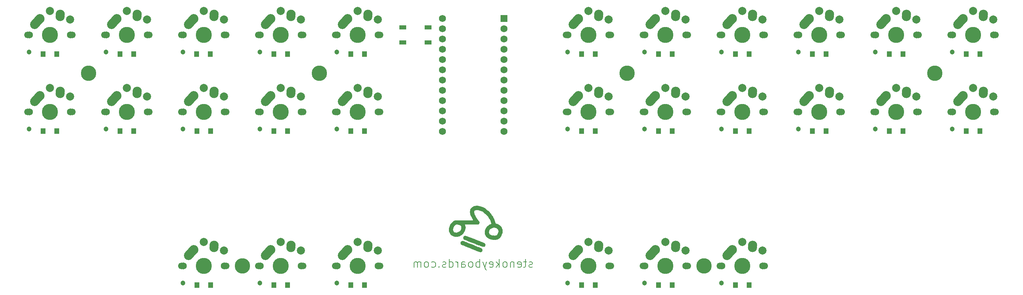
<source format=gbs>
G04 #@! TF.GenerationSoftware,KiCad,Pcbnew,(6.0.0-0)*
G04 #@! TF.CreationDate,2022-03-08T07:19:16-08:00*
G04 #@! TF.ProjectId,unisplit_orthosteno,756e6973-706c-4697-945f-6f7274686f73,rev?*
G04 #@! TF.SameCoordinates,Original*
G04 #@! TF.FileFunction,Soldermask,Bot*
G04 #@! TF.FilePolarity,Negative*
%FSLAX46Y46*%
G04 Gerber Fmt 4.6, Leading zero omitted, Abs format (unit mm)*
G04 Created by KiCad (PCBNEW (6.0.0-0)) date 2022-03-08 07:19:16*
%MOMM*%
%LPD*%
G01*
G04 APERTURE LIST*
G04 Aperture macros list*
%AMHorizOval*
0 Thick line with rounded ends*
0 $1 width*
0 $2 $3 position (X,Y) of the first rounded end (center of the circle)*
0 $4 $5 position (X,Y) of the second rounded end (center of the circle)*
0 Add line between two ends*
20,1,$1,$2,$3,$4,$5,0*
0 Add two circle primitives to create the rounded ends*
1,1,$1,$2,$3*
1,1,$1,$4,$5*%
G04 Aperture macros list end*
%ADD10C,0.200000*%
%ADD11C,1.700000*%
%ADD12C,3.987800*%
%ADD13C,1.200000*%
%ADD14C,1.750000*%
%ADD15HorizOval,2.250000X0.019771X0.290016X-0.019771X-0.290016X0*%
%ADD16C,2.000000*%
%ADD17C,2.250000*%
%ADD18HorizOval,2.250000X0.654995X0.730004X-0.654995X-0.730004X0*%
%ADD19C,3.800000*%
%ADD20R,1.200000X1.400000*%
%ADD21R,1.752600X1.752600*%
%ADD22C,1.752600*%
%ADD23R,1.700000X1.000000*%
G04 APERTURE END LIST*
D10*
X156763785Y-127238023D02*
X156573309Y-127333261D01*
X156192357Y-127333261D01*
X156001880Y-127238023D01*
X155906642Y-127047547D01*
X155906642Y-126952309D01*
X156001880Y-126761833D01*
X156192357Y-126666595D01*
X156478071Y-126666595D01*
X156668547Y-126571357D01*
X156763785Y-126380880D01*
X156763785Y-126285642D01*
X156668547Y-126095166D01*
X156478071Y-125999928D01*
X156192357Y-125999928D01*
X156001880Y-126095166D01*
X155335214Y-125999928D02*
X154573309Y-125999928D01*
X155049500Y-125333261D02*
X155049500Y-127047547D01*
X154954261Y-127238023D01*
X154763785Y-127333261D01*
X154573309Y-127333261D01*
X153144738Y-127238023D02*
X153335214Y-127333261D01*
X153716166Y-127333261D01*
X153906642Y-127238023D01*
X154001880Y-127047547D01*
X154001880Y-126285642D01*
X153906642Y-126095166D01*
X153716166Y-125999928D01*
X153335214Y-125999928D01*
X153144738Y-126095166D01*
X153049500Y-126285642D01*
X153049500Y-126476119D01*
X154001880Y-126666595D01*
X152192357Y-125999928D02*
X152192357Y-127333261D01*
X152192357Y-126190404D02*
X152097119Y-126095166D01*
X151906642Y-125999928D01*
X151620928Y-125999928D01*
X151430452Y-126095166D01*
X151335214Y-126285642D01*
X151335214Y-127333261D01*
X150097119Y-127333261D02*
X150287595Y-127238023D01*
X150382833Y-127142785D01*
X150478071Y-126952309D01*
X150478071Y-126380880D01*
X150382833Y-126190404D01*
X150287595Y-126095166D01*
X150097119Y-125999928D01*
X149811404Y-125999928D01*
X149620928Y-126095166D01*
X149525690Y-126190404D01*
X149430452Y-126380880D01*
X149430452Y-126952309D01*
X149525690Y-127142785D01*
X149620928Y-127238023D01*
X149811404Y-127333261D01*
X150097119Y-127333261D01*
X148573309Y-127333261D02*
X148573309Y-125333261D01*
X148382833Y-126571357D02*
X147811404Y-127333261D01*
X147811404Y-125999928D02*
X148573309Y-126761833D01*
X146192357Y-127238023D02*
X146382833Y-127333261D01*
X146763785Y-127333261D01*
X146954261Y-127238023D01*
X147049500Y-127047547D01*
X147049500Y-126285642D01*
X146954261Y-126095166D01*
X146763785Y-125999928D01*
X146382833Y-125999928D01*
X146192357Y-126095166D01*
X146097119Y-126285642D01*
X146097119Y-126476119D01*
X147049500Y-126666595D01*
X145430452Y-125999928D02*
X144954261Y-127333261D01*
X144478071Y-125999928D02*
X144954261Y-127333261D01*
X145144738Y-127809452D01*
X145239976Y-127904690D01*
X145430452Y-127999928D01*
X143716166Y-127333261D02*
X143716166Y-125333261D01*
X143716166Y-126095166D02*
X143525690Y-125999928D01*
X143144738Y-125999928D01*
X142954261Y-126095166D01*
X142859023Y-126190404D01*
X142763785Y-126380880D01*
X142763785Y-126952309D01*
X142859023Y-127142785D01*
X142954261Y-127238023D01*
X143144738Y-127333261D01*
X143525690Y-127333261D01*
X143716166Y-127238023D01*
X141620928Y-127333261D02*
X141811404Y-127238023D01*
X141906642Y-127142785D01*
X142001880Y-126952309D01*
X142001880Y-126380880D01*
X141906642Y-126190404D01*
X141811404Y-126095166D01*
X141620928Y-125999928D01*
X141335214Y-125999928D01*
X141144738Y-126095166D01*
X141049500Y-126190404D01*
X140954261Y-126380880D01*
X140954261Y-126952309D01*
X141049500Y-127142785D01*
X141144738Y-127238023D01*
X141335214Y-127333261D01*
X141620928Y-127333261D01*
X139239976Y-127333261D02*
X139239976Y-126285642D01*
X139335214Y-126095166D01*
X139525690Y-125999928D01*
X139906642Y-125999928D01*
X140097119Y-126095166D01*
X139239976Y-127238023D02*
X139430452Y-127333261D01*
X139906642Y-127333261D01*
X140097119Y-127238023D01*
X140192357Y-127047547D01*
X140192357Y-126857071D01*
X140097119Y-126666595D01*
X139906642Y-126571357D01*
X139430452Y-126571357D01*
X139239976Y-126476119D01*
X138287595Y-127333261D02*
X138287595Y-125999928D01*
X138287595Y-126380880D02*
X138192357Y-126190404D01*
X138097119Y-126095166D01*
X137906642Y-125999928D01*
X137716166Y-125999928D01*
X136192357Y-127333261D02*
X136192357Y-125333261D01*
X136192357Y-127238023D02*
X136382833Y-127333261D01*
X136763785Y-127333261D01*
X136954261Y-127238023D01*
X137049500Y-127142785D01*
X137144738Y-126952309D01*
X137144738Y-126380880D01*
X137049500Y-126190404D01*
X136954261Y-126095166D01*
X136763785Y-125999928D01*
X136382833Y-125999928D01*
X136192357Y-126095166D01*
X135335214Y-127238023D02*
X135144738Y-127333261D01*
X134763785Y-127333261D01*
X134573309Y-127238023D01*
X134478071Y-127047547D01*
X134478071Y-126952309D01*
X134573309Y-126761833D01*
X134763785Y-126666595D01*
X135049500Y-126666595D01*
X135239976Y-126571357D01*
X135335214Y-126380880D01*
X135335214Y-126285642D01*
X135239976Y-126095166D01*
X135049500Y-125999928D01*
X134763785Y-125999928D01*
X134573309Y-126095166D01*
X133620928Y-127142785D02*
X133525690Y-127238023D01*
X133620928Y-127333261D01*
X133716166Y-127238023D01*
X133620928Y-127142785D01*
X133620928Y-127333261D01*
X131811404Y-127238023D02*
X132001880Y-127333261D01*
X132382833Y-127333261D01*
X132573309Y-127238023D01*
X132668547Y-127142785D01*
X132763785Y-126952309D01*
X132763785Y-126380880D01*
X132668547Y-126190404D01*
X132573309Y-126095166D01*
X132382833Y-125999928D01*
X132001880Y-125999928D01*
X131811404Y-126095166D01*
X130668547Y-127333261D02*
X130859023Y-127238023D01*
X130954261Y-127142785D01*
X131049500Y-126952309D01*
X131049500Y-126380880D01*
X130954261Y-126190404D01*
X130859023Y-126095166D01*
X130668547Y-125999928D01*
X130382833Y-125999928D01*
X130192357Y-126095166D01*
X130097119Y-126190404D01*
X130001880Y-126380880D01*
X130001880Y-126952309D01*
X130097119Y-127142785D01*
X130192357Y-127238023D01*
X130382833Y-127333261D01*
X130668547Y-127333261D01*
X129144738Y-127333261D02*
X129144738Y-125999928D01*
X129144738Y-126190404D02*
X129049500Y-126095166D01*
X128859023Y-125999928D01*
X128573309Y-125999928D01*
X128382833Y-126095166D01*
X128287595Y-126285642D01*
X128287595Y-127333261D01*
X128287595Y-126285642D02*
X128192357Y-126095166D01*
X128001880Y-125999928D01*
X127716166Y-125999928D01*
X127525690Y-126095166D01*
X127430452Y-126285642D01*
X127430452Y-127333261D01*
G36*
X139501510Y-120797154D02*
G01*
X139517723Y-120798585D01*
X139535079Y-120800957D01*
X139554913Y-120804785D01*
X139578558Y-120810585D01*
X139607347Y-120818873D01*
X139642613Y-120830164D01*
X139685692Y-120844975D01*
X139737915Y-120863822D01*
X139800616Y-120887221D01*
X139875129Y-120915687D01*
X139962787Y-120949737D01*
X140064924Y-120989886D01*
X140182874Y-121036650D01*
X140317969Y-121090545D01*
X140471543Y-121152088D01*
X140644930Y-121221794D01*
X140839463Y-121300179D01*
X141056476Y-121387758D01*
X141297301Y-121485049D01*
X141563274Y-121592567D01*
X141855727Y-121710827D01*
X142032578Y-121782367D01*
X142276411Y-121881071D01*
X142512184Y-121976589D01*
X142738375Y-122068304D01*
X142953465Y-122155596D01*
X143155934Y-122237845D01*
X143344261Y-122314432D01*
X143516927Y-122384740D01*
X143672410Y-122448147D01*
X143809191Y-122504035D01*
X143925750Y-122551786D01*
X144020566Y-122590779D01*
X144092119Y-122620396D01*
X144138888Y-122640017D01*
X144159354Y-122649024D01*
X144215649Y-122686546D01*
X144280542Y-122747197D01*
X144338680Y-122818221D01*
X144381299Y-122890098D01*
X144385557Y-122899994D01*
X144405318Y-122973642D01*
X144414663Y-123062820D01*
X144413612Y-123156711D01*
X144402189Y-123244498D01*
X144380417Y-123315362D01*
X144336205Y-123392081D01*
X144256143Y-123482459D01*
X144156386Y-123555519D01*
X144041866Y-123607011D01*
X144020685Y-123612674D01*
X143952448Y-123621657D01*
X143873624Y-123622101D01*
X143863091Y-123621340D01*
X143846999Y-123619315D01*
X143828013Y-123615703D01*
X143804823Y-123609994D01*
X143776117Y-123601679D01*
X143740582Y-123590247D01*
X143696909Y-123575190D01*
X143643786Y-123555997D01*
X143579901Y-123532159D01*
X143503943Y-123503166D01*
X143414600Y-123468509D01*
X143310563Y-123427678D01*
X143190518Y-123380163D01*
X143053155Y-123325456D01*
X142897162Y-123263045D01*
X142721229Y-123192422D01*
X142524043Y-123113076D01*
X142304293Y-123024499D01*
X142060669Y-122926181D01*
X141791859Y-122817611D01*
X141496550Y-122698281D01*
X141295977Y-122617149D01*
X141051075Y-122517895D01*
X140814342Y-122421742D01*
X140587290Y-122329314D01*
X140371432Y-122241233D01*
X140168282Y-122158122D01*
X139979352Y-122080606D01*
X139806155Y-122009306D01*
X139650204Y-121944846D01*
X139513013Y-121887848D01*
X139396093Y-121838937D01*
X139300959Y-121798734D01*
X139229122Y-121767863D01*
X139182097Y-121746948D01*
X139161395Y-121736611D01*
X139143876Y-121723532D01*
X139093750Y-121678004D01*
X139051672Y-121629801D01*
X139023179Y-121587275D01*
X138971246Y-121475342D01*
X138946936Y-121359040D01*
X138949874Y-121242327D01*
X138979683Y-121129161D01*
X139035984Y-121023501D01*
X139118401Y-120929305D01*
X139186518Y-120874209D01*
X139278407Y-120824339D01*
X139377993Y-120799351D01*
X139492761Y-120796590D01*
X139501510Y-120797154D01*
G37*
G36*
X142500854Y-120399833D02*
G01*
X142664704Y-120463733D01*
X142910195Y-120559521D01*
X143147940Y-120652346D01*
X143376384Y-120741598D01*
X143593973Y-120826668D01*
X143799150Y-120906946D01*
X143990362Y-120981823D01*
X144166052Y-121050688D01*
X144324667Y-121112933D01*
X144464651Y-121167947D01*
X144584449Y-121215121D01*
X144682507Y-121253846D01*
X144757268Y-121283512D01*
X144807179Y-121303508D01*
X144830684Y-121313226D01*
X144903507Y-121354924D01*
X144990907Y-121432324D01*
X145001613Y-121444392D01*
X145069027Y-121543580D01*
X145110398Y-121650757D01*
X145126803Y-121761902D01*
X145119323Y-121872992D01*
X145089038Y-121980008D01*
X145037027Y-122078929D01*
X144964370Y-122165734D01*
X144872146Y-122236401D01*
X144761436Y-122286910D01*
X144738128Y-122293002D01*
X144668727Y-122301592D01*
X144586264Y-122301894D01*
X144584239Y-122301791D01*
X144568674Y-122300645D01*
X144551678Y-122298495D01*
X144531927Y-122294847D01*
X144508093Y-122289204D01*
X144478851Y-122281072D01*
X144442875Y-122269956D01*
X144398838Y-122255360D01*
X144345414Y-122236789D01*
X144281277Y-122213749D01*
X144205100Y-122185743D01*
X144115559Y-122152277D01*
X144011326Y-122112855D01*
X143891075Y-122066982D01*
X143753480Y-122014164D01*
X143597216Y-121953904D01*
X143420955Y-121885708D01*
X143223372Y-121809080D01*
X143003141Y-121723525D01*
X142758934Y-121628549D01*
X142489427Y-121523655D01*
X142193293Y-121408349D01*
X141993847Y-121330635D01*
X141747868Y-121234661D01*
X141510095Y-121141746D01*
X141282049Y-121052493D01*
X141065250Y-120967500D01*
X140861218Y-120887367D01*
X140671474Y-120812695D01*
X140497539Y-120744083D01*
X140340932Y-120682131D01*
X140203175Y-120627440D01*
X140085787Y-120580608D01*
X139990289Y-120542237D01*
X139918202Y-120512925D01*
X139871046Y-120493273D01*
X139850341Y-120483881D01*
X139843831Y-120479978D01*
X139770332Y-120421671D01*
X139702262Y-120343408D01*
X139647624Y-120254256D01*
X139646722Y-120252424D01*
X139629803Y-120212136D01*
X139619559Y-120169878D01*
X139614471Y-120116331D01*
X139613018Y-120042172D01*
X139613187Y-120001556D01*
X139615534Y-119942720D01*
X139622073Y-119898891D01*
X139634631Y-119860287D01*
X139655032Y-119817128D01*
X139710956Y-119728455D01*
X139798531Y-119636802D01*
X139903006Y-119568145D01*
X139915608Y-119561940D01*
X139959845Y-119542994D01*
X140002022Y-119531987D01*
X140052811Y-119526848D01*
X140122885Y-119525509D01*
X140257912Y-119525300D01*
X142500854Y-120399833D01*
G37*
G36*
X149377892Y-118607308D02*
G01*
X149372226Y-118718110D01*
X149363678Y-118813637D01*
X149352309Y-118886586D01*
X149327883Y-118989939D01*
X149251459Y-119235617D01*
X149153098Y-119466430D01*
X149034107Y-119680438D01*
X148895795Y-119875704D01*
X148739470Y-120050291D01*
X148566440Y-120202261D01*
X148378015Y-120329675D01*
X148259427Y-120391716D01*
X148087764Y-120461913D01*
X147907333Y-120516376D01*
X147729383Y-120551260D01*
X147675967Y-120556343D01*
X147588104Y-120559940D01*
X147482231Y-120560733D01*
X147364893Y-120558903D01*
X147242630Y-120554626D01*
X147121986Y-120548083D01*
X147009503Y-120539451D01*
X146911722Y-120528911D01*
X146868306Y-120523002D01*
X146595869Y-120472327D01*
X146339364Y-120400633D01*
X146100510Y-120308665D01*
X145881026Y-120197171D01*
X145682630Y-120066897D01*
X145507043Y-119918592D01*
X145398630Y-119806852D01*
X145263488Y-119637467D01*
X145154362Y-119457749D01*
X145069032Y-119263865D01*
X145005277Y-119051977D01*
X145000231Y-119029558D01*
X144982893Y-118919317D01*
X144972158Y-118791280D01*
X144968123Y-118654749D01*
X144969403Y-118591943D01*
X146015323Y-118591943D01*
X146015597Y-118736647D01*
X146043388Y-118871262D01*
X146098080Y-118995101D01*
X146179058Y-119107481D01*
X146285709Y-119207716D01*
X146417416Y-119295120D01*
X146573565Y-119369009D01*
X146753542Y-119428697D01*
X146956731Y-119473498D01*
X146978617Y-119477139D01*
X147084267Y-119491393D01*
X147197341Y-119502066D01*
X147311662Y-119508968D01*
X147421054Y-119511908D01*
X147519342Y-119510698D01*
X147600349Y-119505146D01*
X147657901Y-119495063D01*
X147784186Y-119447804D01*
X147917718Y-119368798D01*
X148036614Y-119265021D01*
X148139527Y-119137911D01*
X148225108Y-118988902D01*
X148292011Y-118819432D01*
X148308211Y-118755773D01*
X148324336Y-118651761D01*
X148333535Y-118536101D01*
X148335408Y-118418898D01*
X148329560Y-118310257D01*
X148315591Y-118220283D01*
X148282786Y-118110788D01*
X148216550Y-117972145D01*
X148127573Y-117852539D01*
X148016639Y-117752962D01*
X147884533Y-117674406D01*
X147842489Y-117654924D01*
X147758834Y-117620385D01*
X147679106Y-117594981D01*
X147596547Y-117577464D01*
X147504397Y-117566584D01*
X147395898Y-117561091D01*
X147264291Y-117559735D01*
X147252655Y-117559760D01*
X147158329Y-117560206D01*
X147086965Y-117561562D01*
X147032195Y-117564576D01*
X146987652Y-117569993D01*
X146946968Y-117578561D01*
X146903777Y-117591028D01*
X146851710Y-117608139D01*
X146744775Y-117648906D01*
X146574315Y-117736791D01*
X146422669Y-117845476D01*
X146291610Y-117973122D01*
X146182909Y-118117889D01*
X146098338Y-118277938D01*
X146039666Y-118451429D01*
X146015323Y-118591943D01*
X144969403Y-118591943D01*
X144970888Y-118519028D01*
X144980551Y-118393420D01*
X144997208Y-118287230D01*
X145042150Y-118115125D01*
X145126557Y-117883566D01*
X145234998Y-117660826D01*
X145364200Y-117454336D01*
X145420414Y-117381092D01*
X145505478Y-117283347D01*
X145602856Y-117181822D01*
X145705562Y-117083444D01*
X145806613Y-116995141D01*
X145899023Y-116923842D01*
X145933866Y-116900130D01*
X146025072Y-116843553D01*
X146128071Y-116785522D01*
X146235567Y-116729740D01*
X146340263Y-116679906D01*
X146434863Y-116639722D01*
X146512070Y-116612889D01*
X146561554Y-116596344D01*
X146598067Y-116578944D01*
X146611663Y-116564786D01*
X146611298Y-116560306D01*
X146603751Y-116527275D01*
X146587807Y-116472859D01*
X146565261Y-116402327D01*
X146537913Y-116320949D01*
X146507559Y-116233998D01*
X146475997Y-116146742D01*
X146445025Y-116064452D01*
X146416440Y-115992399D01*
X146380897Y-115908029D01*
X146212834Y-115555898D01*
X146019425Y-115219660D01*
X145800451Y-114898986D01*
X145555689Y-114593546D01*
X145284920Y-114303010D01*
X145089391Y-114117878D01*
X144849105Y-113915736D01*
X144603846Y-113735795D01*
X144355456Y-113579018D01*
X144105775Y-113446369D01*
X143856646Y-113338809D01*
X143609909Y-113257303D01*
X143367406Y-113202814D01*
X143130978Y-113176305D01*
X143050753Y-113174137D01*
X142883252Y-113182960D01*
X142727508Y-113209350D01*
X142590454Y-113252333D01*
X142534304Y-113277113D01*
X142456707Y-113323041D01*
X142402255Y-113376764D01*
X142367669Y-113443403D01*
X142349673Y-113528079D01*
X142344991Y-113635911D01*
X142346082Y-113674926D01*
X142365509Y-113836736D01*
X142408798Y-114015058D01*
X142475555Y-114209093D01*
X142565384Y-114418043D01*
X142677887Y-114641107D01*
X142812671Y-114877487D01*
X142969339Y-115126383D01*
X143147494Y-115386997D01*
X143346742Y-115658529D01*
X143412349Y-115745420D01*
X143487092Y-115846019D01*
X143546274Y-115928899D01*
X143591602Y-115997460D01*
X143624787Y-116055101D01*
X143647534Y-116105223D01*
X143661554Y-116151225D01*
X143668554Y-116196506D01*
X143670242Y-116244466D01*
X143668326Y-116298505D01*
X143662392Y-116354779D01*
X143629222Y-116472592D01*
X143569857Y-116577575D01*
X143485921Y-116667255D01*
X143379036Y-116739162D01*
X143303512Y-116779030D01*
X141685439Y-116783044D01*
X141439684Y-116783671D01*
X141211373Y-116784311D01*
X141009840Y-116784968D01*
X140833440Y-116785670D01*
X140680525Y-116786451D01*
X140549449Y-116787339D01*
X140438564Y-116788367D01*
X140346224Y-116789564D01*
X140270782Y-116790962D01*
X140210591Y-116792591D01*
X140164004Y-116794482D01*
X140129375Y-116796665D01*
X140105056Y-116799172D01*
X140089401Y-116802034D01*
X140080763Y-116805280D01*
X140077495Y-116808942D01*
X140077950Y-116813050D01*
X140099264Y-116869096D01*
X140132658Y-116969128D01*
X140163256Y-117073934D01*
X140186486Y-117168535D01*
X140187462Y-117173195D01*
X140202651Y-117276708D01*
X140210980Y-117399852D01*
X140211809Y-117470202D01*
X140212555Y-117533544D01*
X140207483Y-117668701D01*
X140195870Y-117796240D01*
X140177823Y-117907078D01*
X140157462Y-117995039D01*
X140080458Y-118245561D01*
X139977937Y-118481849D01*
X139849055Y-118705430D01*
X139692973Y-118917830D01*
X139508848Y-119120575D01*
X139421033Y-119205095D01*
X139231182Y-119365111D01*
X139035676Y-119498335D01*
X138830631Y-119606957D01*
X138612161Y-119693168D01*
X138376381Y-119759159D01*
X138301411Y-119772821D01*
X138194671Y-119785351D01*
X138073296Y-119794291D01*
X137945403Y-119799336D01*
X137819112Y-119800183D01*
X137702541Y-119796529D01*
X137603808Y-119788069D01*
X137575273Y-119784299D01*
X137341133Y-119738710D01*
X137124901Y-119669158D01*
X136926231Y-119575483D01*
X136744778Y-119457526D01*
X136580196Y-119315128D01*
X136571902Y-119306869D01*
X136434029Y-119151524D01*
X136321236Y-118985801D01*
X136231845Y-118806364D01*
X136164179Y-118609875D01*
X136116559Y-118392996D01*
X136110758Y-118353245D01*
X136100256Y-118233302D01*
X136096642Y-118111998D01*
X137143260Y-118111998D01*
X137161147Y-118255592D01*
X137198291Y-118383680D01*
X137254424Y-118493544D01*
X137329278Y-118582465D01*
X137345756Y-118597371D01*
X137399974Y-118640672D01*
X137454900Y-118672721D01*
X137520231Y-118698439D01*
X137605664Y-118722750D01*
X137613255Y-118724636D01*
X137719094Y-118742637D01*
X137841172Y-118751282D01*
X137968293Y-118750599D01*
X138089262Y-118740613D01*
X138192881Y-118721351D01*
X138364273Y-118662155D01*
X138530030Y-118575520D01*
X138682430Y-118465599D01*
X138818914Y-118335207D01*
X138936918Y-118187156D01*
X139033881Y-118024262D01*
X139107240Y-117849339D01*
X139154434Y-117665200D01*
X139161471Y-117619093D01*
X139167613Y-117470202D01*
X139147049Y-117333005D01*
X139100445Y-117208923D01*
X139028462Y-117099376D01*
X138931765Y-117005785D01*
X138811015Y-116929570D01*
X138738778Y-116897163D01*
X138594004Y-116850128D01*
X138428381Y-116815466D01*
X138246382Y-116794020D01*
X138052478Y-116786632D01*
X137980128Y-116786872D01*
X137919027Y-116788491D01*
X137874033Y-116792651D01*
X137837730Y-116800508D01*
X137802699Y-116813216D01*
X137761524Y-116831930D01*
X137728136Y-116849397D01*
X137630197Y-116918965D01*
X137534030Y-117012970D01*
X137442664Y-117127327D01*
X137359129Y-117257954D01*
X137286452Y-117400767D01*
X137227664Y-117551682D01*
X137207818Y-117615365D01*
X137166327Y-117789166D01*
X137144897Y-117955617D01*
X137143260Y-118111998D01*
X136096642Y-118111998D01*
X136096182Y-118096546D01*
X136098291Y-117951945D01*
X136106339Y-117808470D01*
X136120080Y-117675090D01*
X136139269Y-117560774D01*
X136148440Y-117519403D01*
X136218593Y-117264338D01*
X136308579Y-117022568D01*
X136416982Y-116795856D01*
X136542383Y-116585964D01*
X136683365Y-116394657D01*
X136838511Y-116223695D01*
X137006403Y-116074842D01*
X137185624Y-115949860D01*
X137374757Y-115850513D01*
X137572383Y-115778562D01*
X137692407Y-115744198D01*
X139901730Y-115736510D01*
X142111052Y-115728823D01*
X142055351Y-115646307D01*
X141996728Y-115556393D01*
X141906202Y-115407446D01*
X141813802Y-115244871D01*
X141723515Y-115076187D01*
X141639327Y-114908912D01*
X141565224Y-114750565D01*
X141505192Y-114608663D01*
X141431124Y-114404423D01*
X141358405Y-114150386D01*
X141312345Y-113909439D01*
X141292972Y-113681750D01*
X141300318Y-113467489D01*
X141311561Y-113377626D01*
X141356247Y-113172336D01*
X141425524Y-112984101D01*
X141519173Y-112813147D01*
X141636973Y-112659698D01*
X141778705Y-112523978D01*
X141944148Y-112406211D01*
X142133082Y-112306622D01*
X142345287Y-112225435D01*
X142580543Y-112162875D01*
X142614486Y-112156301D01*
X142725486Y-112141648D01*
X142855849Y-112132157D01*
X142998087Y-112127833D01*
X143144715Y-112128681D01*
X143288244Y-112134704D01*
X143421187Y-112145909D01*
X143536057Y-112162298D01*
X143556763Y-112166166D01*
X143872778Y-112240941D01*
X144187540Y-112344363D01*
X144499453Y-112475158D01*
X144806919Y-112632055D01*
X145108338Y-112813780D01*
X145402113Y-113019061D01*
X145686647Y-113246624D01*
X145960340Y-113495199D01*
X146221595Y-113763510D01*
X146468813Y-114050287D01*
X146700397Y-114354257D01*
X146914749Y-114674146D01*
X147110269Y-115008682D01*
X147128155Y-115041914D01*
X147242069Y-115268701D01*
X147351340Y-115511491D01*
X147452974Y-115762539D01*
X147543978Y-116014105D01*
X147621359Y-116258445D01*
X147682123Y-116487816D01*
X147685628Y-116499789D01*
X147696181Y-116515672D01*
X147717704Y-116527674D01*
X147756411Y-116538706D01*
X147818516Y-116551675D01*
X147818784Y-116551728D01*
X148001875Y-116597575D01*
X148189223Y-116662558D01*
X148367008Y-116741885D01*
X148436812Y-116778870D01*
X148634569Y-116905502D01*
X148811953Y-117053555D01*
X148967982Y-117221720D01*
X149101679Y-117408686D01*
X149212064Y-117613142D01*
X149298158Y-117833778D01*
X149358981Y-118069284D01*
X149360909Y-118079697D01*
X149370546Y-118157362D01*
X149377003Y-118256257D01*
X149380340Y-118369080D01*
X149380455Y-118418898D01*
X149380616Y-118488531D01*
X149377892Y-118607308D01*
G37*
D11*
X42806250Y-69850000D03*
D12*
X37306250Y-69850000D03*
D13*
X32086250Y-74050000D03*
D14*
X42386250Y-69850000D03*
D11*
X31806250Y-69850000D03*
D14*
X32226250Y-69850000D03*
D15*
X39826021Y-65059984D03*
D16*
X42306250Y-66050000D03*
D17*
X39846250Y-64770000D03*
X34806250Y-65850000D03*
D16*
X37306250Y-63950000D03*
D18*
X34151245Y-66579996D03*
D12*
X56356250Y-69850000D03*
D11*
X61856250Y-69850000D03*
D14*
X61436250Y-69850000D03*
X51276250Y-69850000D03*
D13*
X51136250Y-74050000D03*
D11*
X50856250Y-69850000D03*
D15*
X58876021Y-65059984D03*
D16*
X61356250Y-66050000D03*
D17*
X58896250Y-64770000D03*
D16*
X56356250Y-63950000D03*
D18*
X53201245Y-66579996D03*
D17*
X53856250Y-65850000D03*
D11*
X69906250Y-69850000D03*
X80906250Y-69850000D03*
D14*
X80486250Y-69850000D03*
D12*
X75406250Y-69850000D03*
D14*
X70326250Y-69850000D03*
D13*
X70186250Y-74050000D03*
D15*
X77926021Y-65059984D03*
D17*
X77946250Y-64770000D03*
D16*
X80406250Y-66050000D03*
X75406250Y-63950000D03*
D18*
X72251245Y-66579996D03*
D17*
X72906250Y-65850000D03*
D14*
X99536250Y-69850000D03*
D12*
X94456250Y-69850000D03*
D11*
X88956250Y-69850000D03*
D13*
X89236250Y-74050000D03*
D14*
X89376250Y-69850000D03*
D11*
X99956250Y-69850000D03*
D17*
X96996250Y-64770000D03*
D16*
X99456250Y-66050000D03*
D15*
X96976021Y-65059984D03*
D18*
X91301245Y-66579996D03*
D16*
X94456250Y-63950000D03*
D17*
X91956250Y-65850000D03*
D14*
X118586250Y-69850000D03*
D11*
X108006250Y-69850000D03*
X119006250Y-69850000D03*
D13*
X108286250Y-74050000D03*
D14*
X108426250Y-69850000D03*
D12*
X113506250Y-69850000D03*
D15*
X116026021Y-65059984D03*
D16*
X118506250Y-66050000D03*
D17*
X116046250Y-64770000D03*
X111006250Y-65850000D03*
D16*
X113506250Y-63950000D03*
D18*
X110351245Y-66579996D03*
D13*
X165436250Y-74050000D03*
D14*
X165576250Y-69850000D03*
X175736250Y-69850000D03*
D11*
X165156250Y-69850000D03*
D12*
X170656250Y-69850000D03*
D11*
X176156250Y-69850000D03*
D15*
X173176021Y-65059984D03*
D17*
X173196250Y-64770000D03*
D16*
X175656250Y-66050000D03*
D18*
X167501245Y-66579996D03*
D16*
X170656250Y-63950000D03*
D17*
X168156250Y-65850000D03*
D11*
X195206250Y-69850000D03*
D13*
X184486250Y-74050000D03*
D14*
X184626250Y-69850000D03*
D11*
X184206250Y-69850000D03*
D14*
X194786250Y-69850000D03*
D12*
X189706250Y-69850000D03*
D15*
X192226021Y-65059984D03*
D17*
X192246250Y-64770000D03*
D16*
X194706250Y-66050000D03*
X189706250Y-63950000D03*
D17*
X187206250Y-65850000D03*
D18*
X186551245Y-66579996D03*
D14*
X213836250Y-69850000D03*
X203676250Y-69850000D03*
D12*
X208756250Y-69850000D03*
D13*
X203536250Y-74050000D03*
D11*
X203256250Y-69850000D03*
X214256250Y-69850000D03*
D17*
X211296250Y-64770000D03*
D16*
X213756250Y-66050000D03*
D15*
X211276021Y-65059984D03*
D17*
X206256250Y-65850000D03*
D18*
X205601245Y-66579996D03*
D16*
X208756250Y-63950000D03*
D14*
X232886250Y-69850000D03*
D11*
X233306250Y-69850000D03*
D12*
X227806250Y-69850000D03*
D14*
X222726250Y-69850000D03*
D11*
X222306250Y-69850000D03*
D13*
X222586250Y-74050000D03*
D16*
X232806250Y-66050000D03*
D15*
X230326021Y-65059984D03*
D17*
X230346250Y-64770000D03*
D16*
X227806250Y-63950000D03*
D17*
X225306250Y-65850000D03*
D18*
X224651245Y-66579996D03*
D14*
X241776250Y-69850000D03*
X251936250Y-69850000D03*
D11*
X252356250Y-69850000D03*
D13*
X241636250Y-74050000D03*
D11*
X241356250Y-69850000D03*
D12*
X246856250Y-69850000D03*
D16*
X251856250Y-66050000D03*
D15*
X249376021Y-65059984D03*
D17*
X249396250Y-64770000D03*
X244356250Y-65850000D03*
D18*
X243701245Y-66579996D03*
D16*
X246856250Y-63950000D03*
D14*
X260826250Y-69850000D03*
D11*
X271406250Y-69850000D03*
D14*
X270986250Y-69850000D03*
D11*
X260406250Y-69850000D03*
D13*
X260686250Y-74050000D03*
D12*
X265906250Y-69850000D03*
D17*
X268446250Y-64770000D03*
D16*
X270906250Y-66050000D03*
D15*
X268426021Y-65059984D03*
D16*
X265906250Y-63950000D03*
D18*
X262751245Y-66579996D03*
D17*
X263406250Y-65850000D03*
D11*
X42806250Y-88900000D03*
D14*
X32226250Y-88900000D03*
D12*
X37306250Y-88900000D03*
D13*
X32086250Y-93100000D03*
D11*
X31806250Y-88900000D03*
D14*
X42386250Y-88900000D03*
D17*
X39846250Y-83820000D03*
D16*
X42306250Y-85100000D03*
D15*
X39826021Y-84109984D03*
D16*
X37306250Y-83000000D03*
D17*
X34806250Y-84900000D03*
D18*
X34151245Y-85629996D03*
D12*
X56356250Y-88900000D03*
D14*
X61436250Y-88900000D03*
D11*
X50856250Y-88900000D03*
D14*
X51276250Y-88900000D03*
D11*
X61856250Y-88900000D03*
D13*
X51136250Y-93100000D03*
D16*
X61356250Y-85100000D03*
D17*
X58896250Y-83820000D03*
D15*
X58876021Y-84109984D03*
D17*
X53856250Y-84900000D03*
D16*
X56356250Y-83000000D03*
D18*
X53201245Y-85629996D03*
D12*
X75406250Y-88900000D03*
D14*
X80486250Y-88900000D03*
D11*
X69906250Y-88900000D03*
D13*
X70186250Y-93100000D03*
D11*
X80906250Y-88900000D03*
D14*
X70326250Y-88900000D03*
D17*
X77946250Y-83820000D03*
D16*
X80406250Y-85100000D03*
D15*
X77926021Y-84109984D03*
D16*
X75406250Y-83000000D03*
D17*
X72906250Y-84900000D03*
D18*
X72251245Y-85629996D03*
D13*
X89236250Y-93100000D03*
D14*
X89376250Y-88900000D03*
D12*
X94456250Y-88900000D03*
D14*
X99536250Y-88900000D03*
D11*
X99956250Y-88900000D03*
X88956250Y-88900000D03*
D16*
X99456250Y-85100000D03*
D17*
X96996250Y-83820000D03*
D15*
X96976021Y-84109984D03*
D17*
X91956250Y-84900000D03*
D18*
X91301245Y-85629996D03*
D16*
X94456250Y-83000000D03*
D14*
X118586250Y-88900000D03*
D13*
X108286250Y-93100000D03*
D11*
X108006250Y-88900000D03*
D12*
X113506250Y-88900000D03*
D14*
X108426250Y-88900000D03*
D11*
X119006250Y-88900000D03*
D17*
X116046250Y-83820000D03*
D15*
X116026021Y-84109984D03*
D16*
X118506250Y-85100000D03*
D17*
X111006250Y-84900000D03*
D16*
X113506250Y-83000000D03*
D18*
X110351245Y-85629996D03*
D11*
X176156250Y-88900000D03*
D13*
X165436250Y-93100000D03*
D11*
X165156250Y-88900000D03*
D14*
X165576250Y-88900000D03*
D12*
X170656250Y-88900000D03*
D14*
X175736250Y-88900000D03*
D17*
X173196250Y-83820000D03*
D15*
X173176021Y-84109984D03*
D16*
X175656250Y-85100000D03*
D18*
X167501245Y-85629996D03*
D16*
X170656250Y-83000000D03*
D17*
X168156250Y-84900000D03*
D14*
X194786250Y-88900000D03*
D13*
X184486250Y-93100000D03*
D12*
X189706250Y-88900000D03*
D11*
X195206250Y-88900000D03*
D14*
X184626250Y-88900000D03*
D11*
X184206250Y-88900000D03*
D17*
X192246250Y-83820000D03*
D16*
X194706250Y-85100000D03*
D15*
X192226021Y-84109984D03*
D18*
X186551245Y-85629996D03*
D16*
X189706250Y-83000000D03*
D17*
X187206250Y-84900000D03*
D13*
X203536250Y-93100000D03*
D14*
X203676250Y-88900000D03*
D11*
X214256250Y-88900000D03*
D12*
X208756250Y-88900000D03*
D14*
X213836250Y-88900000D03*
D11*
X203256250Y-88900000D03*
D16*
X213756250Y-85100000D03*
D17*
X211296250Y-83820000D03*
D15*
X211276021Y-84109984D03*
D16*
X208756250Y-83000000D03*
D17*
X206256250Y-84900000D03*
D18*
X205601245Y-85629996D03*
D11*
X233306250Y-88900000D03*
X222306250Y-88900000D03*
D14*
X232886250Y-88900000D03*
X222726250Y-88900000D03*
D12*
X227806250Y-88900000D03*
D13*
X222586250Y-93100000D03*
D17*
X230346250Y-83820000D03*
D15*
X230326021Y-84109984D03*
D16*
X232806250Y-85100000D03*
X227806250Y-83000000D03*
D17*
X225306250Y-84900000D03*
D18*
X224651245Y-85629996D03*
D11*
X241356250Y-88900000D03*
D13*
X241636250Y-93100000D03*
D14*
X241776250Y-88900000D03*
D11*
X252356250Y-88900000D03*
D12*
X246856250Y-88900000D03*
D14*
X251936250Y-88900000D03*
D17*
X249396250Y-83820000D03*
D16*
X251856250Y-85100000D03*
D15*
X249376021Y-84109984D03*
D16*
X246856250Y-83000000D03*
D18*
X243701245Y-85629996D03*
D17*
X244356250Y-84900000D03*
D13*
X260686250Y-93100000D03*
D14*
X260826250Y-88900000D03*
D11*
X260406250Y-88900000D03*
D12*
X265906250Y-88900000D03*
D11*
X271406250Y-88900000D03*
D14*
X270986250Y-88900000D03*
D15*
X268426021Y-84109984D03*
D17*
X268446250Y-83820000D03*
D16*
X270906250Y-85100000D03*
D17*
X263406250Y-84900000D03*
D18*
X262751245Y-85629996D03*
D16*
X265906250Y-83000000D03*
D11*
X80906250Y-127000000D03*
X69906250Y-127000000D03*
D13*
X70186250Y-131200000D03*
D12*
X75406250Y-127000000D03*
D14*
X70326250Y-127000000D03*
X80486250Y-127000000D03*
D17*
X77946250Y-121920000D03*
D16*
X80406250Y-123200000D03*
D15*
X77926021Y-122209984D03*
D16*
X75406250Y-121100000D03*
D17*
X72906250Y-123000000D03*
D18*
X72251245Y-123729996D03*
D11*
X88956250Y-127000000D03*
X99956250Y-127000000D03*
D14*
X99536250Y-127000000D03*
X89376250Y-127000000D03*
D12*
X94456250Y-127000000D03*
D13*
X89236250Y-131200000D03*
D16*
X99456250Y-123200000D03*
D17*
X96996250Y-121920000D03*
D15*
X96976021Y-122209984D03*
D17*
X91956250Y-123000000D03*
D16*
X94456250Y-121100000D03*
D18*
X91301245Y-123729996D03*
D13*
X165436250Y-131200000D03*
D14*
X165576250Y-127000000D03*
X175736250Y-127000000D03*
D12*
X170656250Y-127000000D03*
D11*
X176156250Y-127000000D03*
X165156250Y-127000000D03*
D17*
X173196250Y-121920000D03*
D15*
X173176021Y-122209984D03*
D16*
X175656250Y-123200000D03*
D17*
X168156250Y-123000000D03*
D18*
X167501245Y-123729996D03*
D16*
X170656250Y-121100000D03*
D11*
X195206250Y-127000000D03*
D14*
X184626250Y-127000000D03*
D11*
X184206250Y-127000000D03*
D13*
X184486250Y-131200000D03*
D14*
X194786250Y-127000000D03*
D12*
X189706250Y-127000000D03*
D15*
X192226021Y-122209984D03*
D16*
X194706250Y-123200000D03*
D17*
X192246250Y-121920000D03*
X187206250Y-123000000D03*
D18*
X186551245Y-123729996D03*
D16*
X189706250Y-121100000D03*
D14*
X118586250Y-127000000D03*
D11*
X119006250Y-127000000D03*
X108006250Y-127000000D03*
D14*
X108426250Y-127000000D03*
D12*
X113506250Y-127000000D03*
D13*
X108286250Y-131200000D03*
D15*
X116026021Y-122209984D03*
D17*
X116046250Y-121920000D03*
D16*
X118506250Y-123200000D03*
X113506250Y-121100000D03*
D18*
X110351245Y-123729996D03*
D17*
X111006250Y-123000000D03*
D13*
X203536250Y-131200000D03*
D11*
X214256250Y-127000000D03*
X203256250Y-127000000D03*
D12*
X208756250Y-127000000D03*
D14*
X213836250Y-127000000D03*
X203676250Y-127000000D03*
D17*
X211296250Y-121920000D03*
D16*
X213756250Y-123200000D03*
D15*
X211276021Y-122209984D03*
D18*
X205601245Y-123729996D03*
D16*
X208756250Y-121100000D03*
D17*
X206256250Y-123000000D03*
D19*
X84931250Y-127000000D03*
X103981250Y-79375000D03*
X180181250Y-79375000D03*
X256381250Y-79375000D03*
X46831250Y-79375000D03*
X199231250Y-127000000D03*
D20*
X39006250Y-74612500D03*
X35606250Y-74612500D03*
X58056250Y-74612500D03*
X54656250Y-74612500D03*
X76993750Y-74612500D03*
X73593750Y-74612500D03*
X96156250Y-74612500D03*
X92756250Y-74612500D03*
X115206250Y-74612500D03*
X111806250Y-74612500D03*
X172356250Y-74612500D03*
X168956250Y-74612500D03*
X191406250Y-74612500D03*
X188006250Y-74612500D03*
X210456250Y-74612500D03*
X207056250Y-74612500D03*
X229506250Y-74612500D03*
X226106250Y-74612500D03*
X248556250Y-74612500D03*
X245156250Y-74612500D03*
X267606250Y-74612500D03*
X264206250Y-74612500D03*
X39006250Y-93662500D03*
X35606250Y-93662500D03*
X58056250Y-93662500D03*
X54656250Y-93662500D03*
X77106250Y-93662500D03*
X73706250Y-93662500D03*
X96156250Y-93662500D03*
X92756250Y-93662500D03*
X115206250Y-93662500D03*
X111806250Y-93662500D03*
X172356250Y-93662500D03*
X168956250Y-93662500D03*
X191406250Y-93662500D03*
X188006250Y-93662500D03*
X210456250Y-93662500D03*
X207056250Y-93662500D03*
X229506250Y-93662500D03*
X226106250Y-93662500D03*
X248556250Y-93662500D03*
X245156250Y-93662500D03*
X267606250Y-93662500D03*
X264206250Y-93662500D03*
X77106250Y-131762500D03*
X73706250Y-131762500D03*
X96156250Y-131762500D03*
X92756250Y-131762500D03*
X172356250Y-131762500D03*
X168956250Y-131762500D03*
X191406250Y-131762500D03*
X188006250Y-131762500D03*
D21*
X149701250Y-65804250D03*
D22*
X149701250Y-68344250D03*
X149701250Y-70884250D03*
X149701250Y-73424250D03*
X149701250Y-75964250D03*
X149701250Y-78504250D03*
X149701250Y-81044250D03*
X149701250Y-83584250D03*
X149701250Y-86124250D03*
X149701250Y-88664250D03*
X149701250Y-91204250D03*
X149701250Y-93744250D03*
X134461250Y-93744250D03*
X134461250Y-91204250D03*
X134461250Y-88664250D03*
X134461250Y-86124250D03*
X134461250Y-83584250D03*
X134461250Y-81044250D03*
X134461250Y-78504250D03*
X134461250Y-75964250D03*
X134461250Y-73424250D03*
X134461250Y-70884250D03*
X134461250Y-68344250D03*
X134461250Y-65804250D03*
D20*
X115206250Y-131762500D03*
X111806250Y-131762500D03*
X210456250Y-131762500D03*
X207056250Y-131762500D03*
D23*
X124643750Y-71750000D03*
X130943750Y-71750000D03*
X124643750Y-67950000D03*
X130943750Y-67950000D03*
M02*

</source>
